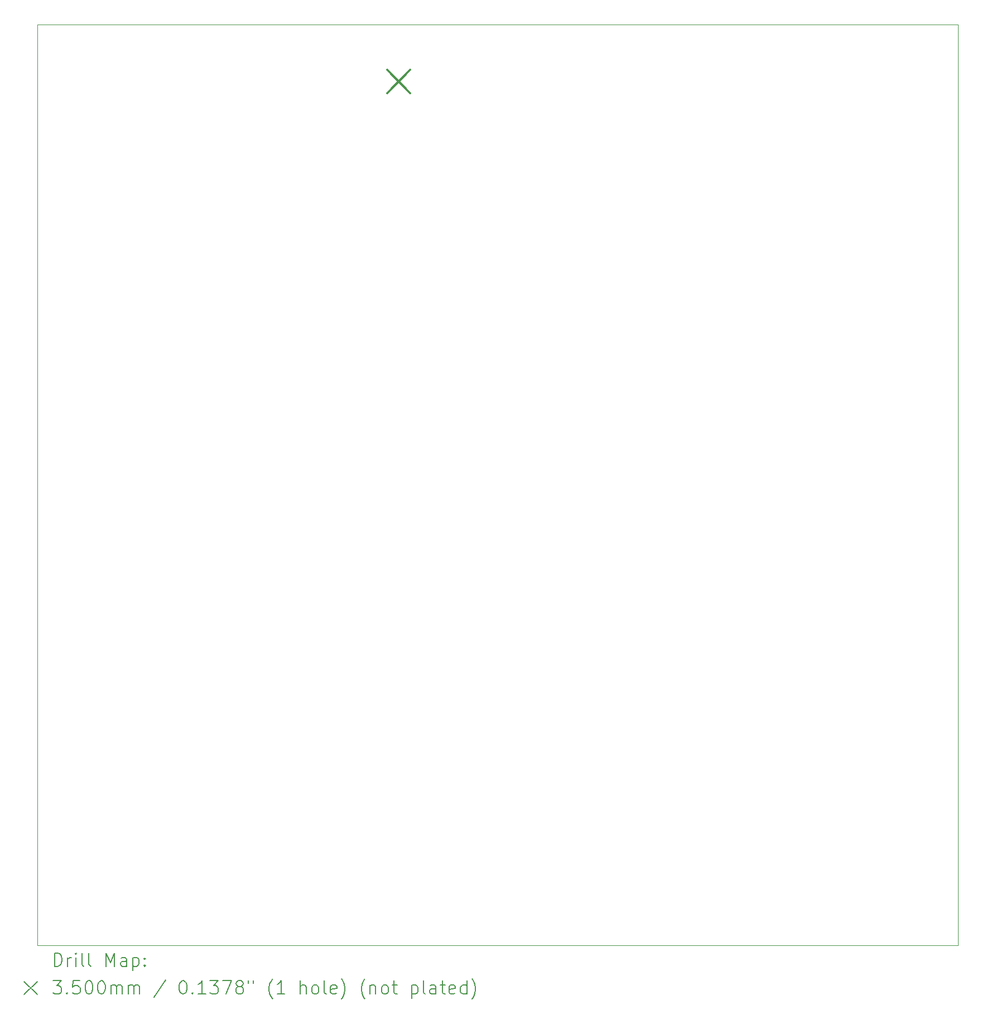
<source format=gbr>
%TF.GenerationSoftware,KiCad,Pcbnew,8.0.3*%
%TF.CreationDate,2024-07-22T04:40:07+02:00*%
%TF.ProjectId,EPROM-programmer,4550524f-4d2d-4707-926f-6772616d6d65,rev?*%
%TF.SameCoordinates,Original*%
%TF.FileFunction,Drillmap*%
%TF.FilePolarity,Positive*%
%FSLAX45Y45*%
G04 Gerber Fmt 4.5, Leading zero omitted, Abs format (unit mm)*
G04 Created by KiCad (PCBNEW 8.0.3) date 2024-07-22 04:40:07*
%MOMM*%
%LPD*%
G01*
G04 APERTURE LIST*
%ADD10C,0.100000*%
%ADD11C,0.200000*%
%ADD12C,0.350000*%
G04 APERTURE END LIST*
D10*
X15875000Y-3810000D02*
X15875000Y-17780000D01*
X15875000Y-17780000D02*
X1905000Y-17780000D01*
X1905000Y-17780000D02*
X1905000Y-3810000D01*
X1905000Y-3810000D02*
X15875000Y-3810000D01*
D11*
D12*
X7210000Y-4498600D02*
X7560000Y-4848600D01*
X7560000Y-4498600D02*
X7210000Y-4848600D01*
D11*
X2160777Y-18096484D02*
X2160777Y-17896484D01*
X2160777Y-17896484D02*
X2208396Y-17896484D01*
X2208396Y-17896484D02*
X2236967Y-17906008D01*
X2236967Y-17906008D02*
X2256015Y-17925055D01*
X2256015Y-17925055D02*
X2265539Y-17944103D01*
X2265539Y-17944103D02*
X2275063Y-17982198D01*
X2275063Y-17982198D02*
X2275063Y-18010770D01*
X2275063Y-18010770D02*
X2265539Y-18048865D01*
X2265539Y-18048865D02*
X2256015Y-18067912D01*
X2256015Y-18067912D02*
X2236967Y-18086960D01*
X2236967Y-18086960D02*
X2208396Y-18096484D01*
X2208396Y-18096484D02*
X2160777Y-18096484D01*
X2360777Y-18096484D02*
X2360777Y-17963150D01*
X2360777Y-18001246D02*
X2370301Y-17982198D01*
X2370301Y-17982198D02*
X2379824Y-17972674D01*
X2379824Y-17972674D02*
X2398872Y-17963150D01*
X2398872Y-17963150D02*
X2417920Y-17963150D01*
X2484586Y-18096484D02*
X2484586Y-17963150D01*
X2484586Y-17896484D02*
X2475063Y-17906008D01*
X2475063Y-17906008D02*
X2484586Y-17915531D01*
X2484586Y-17915531D02*
X2494110Y-17906008D01*
X2494110Y-17906008D02*
X2484586Y-17896484D01*
X2484586Y-17896484D02*
X2484586Y-17915531D01*
X2608396Y-18096484D02*
X2589348Y-18086960D01*
X2589348Y-18086960D02*
X2579824Y-18067912D01*
X2579824Y-18067912D02*
X2579824Y-17896484D01*
X2713158Y-18096484D02*
X2694110Y-18086960D01*
X2694110Y-18086960D02*
X2684586Y-18067912D01*
X2684586Y-18067912D02*
X2684586Y-17896484D01*
X2941729Y-18096484D02*
X2941729Y-17896484D01*
X2941729Y-17896484D02*
X3008396Y-18039341D01*
X3008396Y-18039341D02*
X3075062Y-17896484D01*
X3075062Y-17896484D02*
X3075062Y-18096484D01*
X3256015Y-18096484D02*
X3256015Y-17991722D01*
X3256015Y-17991722D02*
X3246491Y-17972674D01*
X3246491Y-17972674D02*
X3227443Y-17963150D01*
X3227443Y-17963150D02*
X3189348Y-17963150D01*
X3189348Y-17963150D02*
X3170301Y-17972674D01*
X3256015Y-18086960D02*
X3236967Y-18096484D01*
X3236967Y-18096484D02*
X3189348Y-18096484D01*
X3189348Y-18096484D02*
X3170301Y-18086960D01*
X3170301Y-18086960D02*
X3160777Y-18067912D01*
X3160777Y-18067912D02*
X3160777Y-18048865D01*
X3160777Y-18048865D02*
X3170301Y-18029817D01*
X3170301Y-18029817D02*
X3189348Y-18020293D01*
X3189348Y-18020293D02*
X3236967Y-18020293D01*
X3236967Y-18020293D02*
X3256015Y-18010770D01*
X3351253Y-17963150D02*
X3351253Y-18163150D01*
X3351253Y-17972674D02*
X3370301Y-17963150D01*
X3370301Y-17963150D02*
X3408396Y-17963150D01*
X3408396Y-17963150D02*
X3427443Y-17972674D01*
X3427443Y-17972674D02*
X3436967Y-17982198D01*
X3436967Y-17982198D02*
X3446491Y-18001246D01*
X3446491Y-18001246D02*
X3446491Y-18058389D01*
X3446491Y-18058389D02*
X3436967Y-18077436D01*
X3436967Y-18077436D02*
X3427443Y-18086960D01*
X3427443Y-18086960D02*
X3408396Y-18096484D01*
X3408396Y-18096484D02*
X3370301Y-18096484D01*
X3370301Y-18096484D02*
X3351253Y-18086960D01*
X3532205Y-18077436D02*
X3541729Y-18086960D01*
X3541729Y-18086960D02*
X3532205Y-18096484D01*
X3532205Y-18096484D02*
X3522682Y-18086960D01*
X3522682Y-18086960D02*
X3532205Y-18077436D01*
X3532205Y-18077436D02*
X3532205Y-18096484D01*
X3532205Y-17972674D02*
X3541729Y-17982198D01*
X3541729Y-17982198D02*
X3532205Y-17991722D01*
X3532205Y-17991722D02*
X3522682Y-17982198D01*
X3522682Y-17982198D02*
X3532205Y-17972674D01*
X3532205Y-17972674D02*
X3532205Y-17991722D01*
X1700000Y-18325000D02*
X1900000Y-18525000D01*
X1900000Y-18325000D02*
X1700000Y-18525000D01*
X2141729Y-18316484D02*
X2265539Y-18316484D01*
X2265539Y-18316484D02*
X2198872Y-18392674D01*
X2198872Y-18392674D02*
X2227444Y-18392674D01*
X2227444Y-18392674D02*
X2246491Y-18402198D01*
X2246491Y-18402198D02*
X2256015Y-18411722D01*
X2256015Y-18411722D02*
X2265539Y-18430770D01*
X2265539Y-18430770D02*
X2265539Y-18478389D01*
X2265539Y-18478389D02*
X2256015Y-18497436D01*
X2256015Y-18497436D02*
X2246491Y-18506960D01*
X2246491Y-18506960D02*
X2227444Y-18516484D01*
X2227444Y-18516484D02*
X2170301Y-18516484D01*
X2170301Y-18516484D02*
X2151253Y-18506960D01*
X2151253Y-18506960D02*
X2141729Y-18497436D01*
X2351253Y-18497436D02*
X2360777Y-18506960D01*
X2360777Y-18506960D02*
X2351253Y-18516484D01*
X2351253Y-18516484D02*
X2341729Y-18506960D01*
X2341729Y-18506960D02*
X2351253Y-18497436D01*
X2351253Y-18497436D02*
X2351253Y-18516484D01*
X2541729Y-18316484D02*
X2446491Y-18316484D01*
X2446491Y-18316484D02*
X2436967Y-18411722D01*
X2436967Y-18411722D02*
X2446491Y-18402198D01*
X2446491Y-18402198D02*
X2465539Y-18392674D01*
X2465539Y-18392674D02*
X2513158Y-18392674D01*
X2513158Y-18392674D02*
X2532205Y-18402198D01*
X2532205Y-18402198D02*
X2541729Y-18411722D01*
X2541729Y-18411722D02*
X2551253Y-18430770D01*
X2551253Y-18430770D02*
X2551253Y-18478389D01*
X2551253Y-18478389D02*
X2541729Y-18497436D01*
X2541729Y-18497436D02*
X2532205Y-18506960D01*
X2532205Y-18506960D02*
X2513158Y-18516484D01*
X2513158Y-18516484D02*
X2465539Y-18516484D01*
X2465539Y-18516484D02*
X2446491Y-18506960D01*
X2446491Y-18506960D02*
X2436967Y-18497436D01*
X2675063Y-18316484D02*
X2694110Y-18316484D01*
X2694110Y-18316484D02*
X2713158Y-18326008D01*
X2713158Y-18326008D02*
X2722682Y-18335531D01*
X2722682Y-18335531D02*
X2732205Y-18354579D01*
X2732205Y-18354579D02*
X2741729Y-18392674D01*
X2741729Y-18392674D02*
X2741729Y-18440293D01*
X2741729Y-18440293D02*
X2732205Y-18478389D01*
X2732205Y-18478389D02*
X2722682Y-18497436D01*
X2722682Y-18497436D02*
X2713158Y-18506960D01*
X2713158Y-18506960D02*
X2694110Y-18516484D01*
X2694110Y-18516484D02*
X2675063Y-18516484D01*
X2675063Y-18516484D02*
X2656015Y-18506960D01*
X2656015Y-18506960D02*
X2646491Y-18497436D01*
X2646491Y-18497436D02*
X2636967Y-18478389D01*
X2636967Y-18478389D02*
X2627444Y-18440293D01*
X2627444Y-18440293D02*
X2627444Y-18392674D01*
X2627444Y-18392674D02*
X2636967Y-18354579D01*
X2636967Y-18354579D02*
X2646491Y-18335531D01*
X2646491Y-18335531D02*
X2656015Y-18326008D01*
X2656015Y-18326008D02*
X2675063Y-18316484D01*
X2865539Y-18316484D02*
X2884586Y-18316484D01*
X2884586Y-18316484D02*
X2903634Y-18326008D01*
X2903634Y-18326008D02*
X2913158Y-18335531D01*
X2913158Y-18335531D02*
X2922682Y-18354579D01*
X2922682Y-18354579D02*
X2932205Y-18392674D01*
X2932205Y-18392674D02*
X2932205Y-18440293D01*
X2932205Y-18440293D02*
X2922682Y-18478389D01*
X2922682Y-18478389D02*
X2913158Y-18497436D01*
X2913158Y-18497436D02*
X2903634Y-18506960D01*
X2903634Y-18506960D02*
X2884586Y-18516484D01*
X2884586Y-18516484D02*
X2865539Y-18516484D01*
X2865539Y-18516484D02*
X2846491Y-18506960D01*
X2846491Y-18506960D02*
X2836967Y-18497436D01*
X2836967Y-18497436D02*
X2827443Y-18478389D01*
X2827443Y-18478389D02*
X2817920Y-18440293D01*
X2817920Y-18440293D02*
X2817920Y-18392674D01*
X2817920Y-18392674D02*
X2827443Y-18354579D01*
X2827443Y-18354579D02*
X2836967Y-18335531D01*
X2836967Y-18335531D02*
X2846491Y-18326008D01*
X2846491Y-18326008D02*
X2865539Y-18316484D01*
X3017920Y-18516484D02*
X3017920Y-18383150D01*
X3017920Y-18402198D02*
X3027443Y-18392674D01*
X3027443Y-18392674D02*
X3046491Y-18383150D01*
X3046491Y-18383150D02*
X3075063Y-18383150D01*
X3075063Y-18383150D02*
X3094110Y-18392674D01*
X3094110Y-18392674D02*
X3103634Y-18411722D01*
X3103634Y-18411722D02*
X3103634Y-18516484D01*
X3103634Y-18411722D02*
X3113158Y-18392674D01*
X3113158Y-18392674D02*
X3132205Y-18383150D01*
X3132205Y-18383150D02*
X3160777Y-18383150D01*
X3160777Y-18383150D02*
X3179824Y-18392674D01*
X3179824Y-18392674D02*
X3189348Y-18411722D01*
X3189348Y-18411722D02*
X3189348Y-18516484D01*
X3284586Y-18516484D02*
X3284586Y-18383150D01*
X3284586Y-18402198D02*
X3294110Y-18392674D01*
X3294110Y-18392674D02*
X3313158Y-18383150D01*
X3313158Y-18383150D02*
X3341729Y-18383150D01*
X3341729Y-18383150D02*
X3360777Y-18392674D01*
X3360777Y-18392674D02*
X3370301Y-18411722D01*
X3370301Y-18411722D02*
X3370301Y-18516484D01*
X3370301Y-18411722D02*
X3379824Y-18392674D01*
X3379824Y-18392674D02*
X3398872Y-18383150D01*
X3398872Y-18383150D02*
X3427443Y-18383150D01*
X3427443Y-18383150D02*
X3446491Y-18392674D01*
X3446491Y-18392674D02*
X3456015Y-18411722D01*
X3456015Y-18411722D02*
X3456015Y-18516484D01*
X3846491Y-18306960D02*
X3675063Y-18564103D01*
X4103634Y-18316484D02*
X4122682Y-18316484D01*
X4122682Y-18316484D02*
X4141729Y-18326008D01*
X4141729Y-18326008D02*
X4151253Y-18335531D01*
X4151253Y-18335531D02*
X4160777Y-18354579D01*
X4160777Y-18354579D02*
X4170301Y-18392674D01*
X4170301Y-18392674D02*
X4170301Y-18440293D01*
X4170301Y-18440293D02*
X4160777Y-18478389D01*
X4160777Y-18478389D02*
X4151253Y-18497436D01*
X4151253Y-18497436D02*
X4141729Y-18506960D01*
X4141729Y-18506960D02*
X4122682Y-18516484D01*
X4122682Y-18516484D02*
X4103634Y-18516484D01*
X4103634Y-18516484D02*
X4084586Y-18506960D01*
X4084586Y-18506960D02*
X4075063Y-18497436D01*
X4075063Y-18497436D02*
X4065539Y-18478389D01*
X4065539Y-18478389D02*
X4056015Y-18440293D01*
X4056015Y-18440293D02*
X4056015Y-18392674D01*
X4056015Y-18392674D02*
X4065539Y-18354579D01*
X4065539Y-18354579D02*
X4075063Y-18335531D01*
X4075063Y-18335531D02*
X4084586Y-18326008D01*
X4084586Y-18326008D02*
X4103634Y-18316484D01*
X4256015Y-18497436D02*
X4265539Y-18506960D01*
X4265539Y-18506960D02*
X4256015Y-18516484D01*
X4256015Y-18516484D02*
X4246491Y-18506960D01*
X4246491Y-18506960D02*
X4256015Y-18497436D01*
X4256015Y-18497436D02*
X4256015Y-18516484D01*
X4456015Y-18516484D02*
X4341729Y-18516484D01*
X4398872Y-18516484D02*
X4398872Y-18316484D01*
X4398872Y-18316484D02*
X4379825Y-18345055D01*
X4379825Y-18345055D02*
X4360777Y-18364103D01*
X4360777Y-18364103D02*
X4341729Y-18373627D01*
X4522682Y-18316484D02*
X4646491Y-18316484D01*
X4646491Y-18316484D02*
X4579825Y-18392674D01*
X4579825Y-18392674D02*
X4608396Y-18392674D01*
X4608396Y-18392674D02*
X4627444Y-18402198D01*
X4627444Y-18402198D02*
X4636968Y-18411722D01*
X4636968Y-18411722D02*
X4646491Y-18430770D01*
X4646491Y-18430770D02*
X4646491Y-18478389D01*
X4646491Y-18478389D02*
X4636968Y-18497436D01*
X4636968Y-18497436D02*
X4627444Y-18506960D01*
X4627444Y-18506960D02*
X4608396Y-18516484D01*
X4608396Y-18516484D02*
X4551253Y-18516484D01*
X4551253Y-18516484D02*
X4532206Y-18506960D01*
X4532206Y-18506960D02*
X4522682Y-18497436D01*
X4713158Y-18316484D02*
X4846491Y-18316484D01*
X4846491Y-18316484D02*
X4760777Y-18516484D01*
X4951253Y-18402198D02*
X4932206Y-18392674D01*
X4932206Y-18392674D02*
X4922682Y-18383150D01*
X4922682Y-18383150D02*
X4913158Y-18364103D01*
X4913158Y-18364103D02*
X4913158Y-18354579D01*
X4913158Y-18354579D02*
X4922682Y-18335531D01*
X4922682Y-18335531D02*
X4932206Y-18326008D01*
X4932206Y-18326008D02*
X4951253Y-18316484D01*
X4951253Y-18316484D02*
X4989349Y-18316484D01*
X4989349Y-18316484D02*
X5008396Y-18326008D01*
X5008396Y-18326008D02*
X5017920Y-18335531D01*
X5017920Y-18335531D02*
X5027444Y-18354579D01*
X5027444Y-18354579D02*
X5027444Y-18364103D01*
X5027444Y-18364103D02*
X5017920Y-18383150D01*
X5017920Y-18383150D02*
X5008396Y-18392674D01*
X5008396Y-18392674D02*
X4989349Y-18402198D01*
X4989349Y-18402198D02*
X4951253Y-18402198D01*
X4951253Y-18402198D02*
X4932206Y-18411722D01*
X4932206Y-18411722D02*
X4922682Y-18421246D01*
X4922682Y-18421246D02*
X4913158Y-18440293D01*
X4913158Y-18440293D02*
X4913158Y-18478389D01*
X4913158Y-18478389D02*
X4922682Y-18497436D01*
X4922682Y-18497436D02*
X4932206Y-18506960D01*
X4932206Y-18506960D02*
X4951253Y-18516484D01*
X4951253Y-18516484D02*
X4989349Y-18516484D01*
X4989349Y-18516484D02*
X5008396Y-18506960D01*
X5008396Y-18506960D02*
X5017920Y-18497436D01*
X5017920Y-18497436D02*
X5027444Y-18478389D01*
X5027444Y-18478389D02*
X5027444Y-18440293D01*
X5027444Y-18440293D02*
X5017920Y-18421246D01*
X5017920Y-18421246D02*
X5008396Y-18411722D01*
X5008396Y-18411722D02*
X4989349Y-18402198D01*
X5103634Y-18316484D02*
X5103634Y-18354579D01*
X5179825Y-18316484D02*
X5179825Y-18354579D01*
X5475063Y-18592674D02*
X5465539Y-18583150D01*
X5465539Y-18583150D02*
X5446491Y-18554579D01*
X5446491Y-18554579D02*
X5436968Y-18535531D01*
X5436968Y-18535531D02*
X5427444Y-18506960D01*
X5427444Y-18506960D02*
X5417920Y-18459341D01*
X5417920Y-18459341D02*
X5417920Y-18421246D01*
X5417920Y-18421246D02*
X5427444Y-18373627D01*
X5427444Y-18373627D02*
X5436968Y-18345055D01*
X5436968Y-18345055D02*
X5446491Y-18326008D01*
X5446491Y-18326008D02*
X5465539Y-18297436D01*
X5465539Y-18297436D02*
X5475063Y-18287912D01*
X5656015Y-18516484D02*
X5541730Y-18516484D01*
X5598872Y-18516484D02*
X5598872Y-18316484D01*
X5598872Y-18316484D02*
X5579825Y-18345055D01*
X5579825Y-18345055D02*
X5560777Y-18364103D01*
X5560777Y-18364103D02*
X5541730Y-18373627D01*
X5894110Y-18516484D02*
X5894110Y-18316484D01*
X5979825Y-18516484D02*
X5979825Y-18411722D01*
X5979825Y-18411722D02*
X5970301Y-18392674D01*
X5970301Y-18392674D02*
X5951253Y-18383150D01*
X5951253Y-18383150D02*
X5922682Y-18383150D01*
X5922682Y-18383150D02*
X5903634Y-18392674D01*
X5903634Y-18392674D02*
X5894110Y-18402198D01*
X6103634Y-18516484D02*
X6084587Y-18506960D01*
X6084587Y-18506960D02*
X6075063Y-18497436D01*
X6075063Y-18497436D02*
X6065539Y-18478389D01*
X6065539Y-18478389D02*
X6065539Y-18421246D01*
X6065539Y-18421246D02*
X6075063Y-18402198D01*
X6075063Y-18402198D02*
X6084587Y-18392674D01*
X6084587Y-18392674D02*
X6103634Y-18383150D01*
X6103634Y-18383150D02*
X6132206Y-18383150D01*
X6132206Y-18383150D02*
X6151253Y-18392674D01*
X6151253Y-18392674D02*
X6160777Y-18402198D01*
X6160777Y-18402198D02*
X6170301Y-18421246D01*
X6170301Y-18421246D02*
X6170301Y-18478389D01*
X6170301Y-18478389D02*
X6160777Y-18497436D01*
X6160777Y-18497436D02*
X6151253Y-18506960D01*
X6151253Y-18506960D02*
X6132206Y-18516484D01*
X6132206Y-18516484D02*
X6103634Y-18516484D01*
X6284587Y-18516484D02*
X6265539Y-18506960D01*
X6265539Y-18506960D02*
X6256015Y-18487912D01*
X6256015Y-18487912D02*
X6256015Y-18316484D01*
X6436968Y-18506960D02*
X6417920Y-18516484D01*
X6417920Y-18516484D02*
X6379825Y-18516484D01*
X6379825Y-18516484D02*
X6360777Y-18506960D01*
X6360777Y-18506960D02*
X6351253Y-18487912D01*
X6351253Y-18487912D02*
X6351253Y-18411722D01*
X6351253Y-18411722D02*
X6360777Y-18392674D01*
X6360777Y-18392674D02*
X6379825Y-18383150D01*
X6379825Y-18383150D02*
X6417920Y-18383150D01*
X6417920Y-18383150D02*
X6436968Y-18392674D01*
X6436968Y-18392674D02*
X6446491Y-18411722D01*
X6446491Y-18411722D02*
X6446491Y-18430770D01*
X6446491Y-18430770D02*
X6351253Y-18449817D01*
X6513158Y-18592674D02*
X6522682Y-18583150D01*
X6522682Y-18583150D02*
X6541730Y-18554579D01*
X6541730Y-18554579D02*
X6551253Y-18535531D01*
X6551253Y-18535531D02*
X6560777Y-18506960D01*
X6560777Y-18506960D02*
X6570301Y-18459341D01*
X6570301Y-18459341D02*
X6570301Y-18421246D01*
X6570301Y-18421246D02*
X6560777Y-18373627D01*
X6560777Y-18373627D02*
X6551253Y-18345055D01*
X6551253Y-18345055D02*
X6541730Y-18326008D01*
X6541730Y-18326008D02*
X6522682Y-18297436D01*
X6522682Y-18297436D02*
X6513158Y-18287912D01*
X6875063Y-18592674D02*
X6865539Y-18583150D01*
X6865539Y-18583150D02*
X6846491Y-18554579D01*
X6846491Y-18554579D02*
X6836968Y-18535531D01*
X6836968Y-18535531D02*
X6827444Y-18506960D01*
X6827444Y-18506960D02*
X6817920Y-18459341D01*
X6817920Y-18459341D02*
X6817920Y-18421246D01*
X6817920Y-18421246D02*
X6827444Y-18373627D01*
X6827444Y-18373627D02*
X6836968Y-18345055D01*
X6836968Y-18345055D02*
X6846491Y-18326008D01*
X6846491Y-18326008D02*
X6865539Y-18297436D01*
X6865539Y-18297436D02*
X6875063Y-18287912D01*
X6951253Y-18383150D02*
X6951253Y-18516484D01*
X6951253Y-18402198D02*
X6960777Y-18392674D01*
X6960777Y-18392674D02*
X6979825Y-18383150D01*
X6979825Y-18383150D02*
X7008396Y-18383150D01*
X7008396Y-18383150D02*
X7027444Y-18392674D01*
X7027444Y-18392674D02*
X7036968Y-18411722D01*
X7036968Y-18411722D02*
X7036968Y-18516484D01*
X7160777Y-18516484D02*
X7141730Y-18506960D01*
X7141730Y-18506960D02*
X7132206Y-18497436D01*
X7132206Y-18497436D02*
X7122682Y-18478389D01*
X7122682Y-18478389D02*
X7122682Y-18421246D01*
X7122682Y-18421246D02*
X7132206Y-18402198D01*
X7132206Y-18402198D02*
X7141730Y-18392674D01*
X7141730Y-18392674D02*
X7160777Y-18383150D01*
X7160777Y-18383150D02*
X7189349Y-18383150D01*
X7189349Y-18383150D02*
X7208396Y-18392674D01*
X7208396Y-18392674D02*
X7217920Y-18402198D01*
X7217920Y-18402198D02*
X7227444Y-18421246D01*
X7227444Y-18421246D02*
X7227444Y-18478389D01*
X7227444Y-18478389D02*
X7217920Y-18497436D01*
X7217920Y-18497436D02*
X7208396Y-18506960D01*
X7208396Y-18506960D02*
X7189349Y-18516484D01*
X7189349Y-18516484D02*
X7160777Y-18516484D01*
X7284587Y-18383150D02*
X7360777Y-18383150D01*
X7313158Y-18316484D02*
X7313158Y-18487912D01*
X7313158Y-18487912D02*
X7322682Y-18506960D01*
X7322682Y-18506960D02*
X7341730Y-18516484D01*
X7341730Y-18516484D02*
X7360777Y-18516484D01*
X7579825Y-18383150D02*
X7579825Y-18583150D01*
X7579825Y-18392674D02*
X7598872Y-18383150D01*
X7598872Y-18383150D02*
X7636968Y-18383150D01*
X7636968Y-18383150D02*
X7656015Y-18392674D01*
X7656015Y-18392674D02*
X7665539Y-18402198D01*
X7665539Y-18402198D02*
X7675063Y-18421246D01*
X7675063Y-18421246D02*
X7675063Y-18478389D01*
X7675063Y-18478389D02*
X7665539Y-18497436D01*
X7665539Y-18497436D02*
X7656015Y-18506960D01*
X7656015Y-18506960D02*
X7636968Y-18516484D01*
X7636968Y-18516484D02*
X7598872Y-18516484D01*
X7598872Y-18516484D02*
X7579825Y-18506960D01*
X7789349Y-18516484D02*
X7770301Y-18506960D01*
X7770301Y-18506960D02*
X7760777Y-18487912D01*
X7760777Y-18487912D02*
X7760777Y-18316484D01*
X7951253Y-18516484D02*
X7951253Y-18411722D01*
X7951253Y-18411722D02*
X7941730Y-18392674D01*
X7941730Y-18392674D02*
X7922682Y-18383150D01*
X7922682Y-18383150D02*
X7884587Y-18383150D01*
X7884587Y-18383150D02*
X7865539Y-18392674D01*
X7951253Y-18506960D02*
X7932206Y-18516484D01*
X7932206Y-18516484D02*
X7884587Y-18516484D01*
X7884587Y-18516484D02*
X7865539Y-18506960D01*
X7865539Y-18506960D02*
X7856015Y-18487912D01*
X7856015Y-18487912D02*
X7856015Y-18468865D01*
X7856015Y-18468865D02*
X7865539Y-18449817D01*
X7865539Y-18449817D02*
X7884587Y-18440293D01*
X7884587Y-18440293D02*
X7932206Y-18440293D01*
X7932206Y-18440293D02*
X7951253Y-18430770D01*
X8017920Y-18383150D02*
X8094111Y-18383150D01*
X8046492Y-18316484D02*
X8046492Y-18487912D01*
X8046492Y-18487912D02*
X8056015Y-18506960D01*
X8056015Y-18506960D02*
X8075063Y-18516484D01*
X8075063Y-18516484D02*
X8094111Y-18516484D01*
X8236968Y-18506960D02*
X8217920Y-18516484D01*
X8217920Y-18516484D02*
X8179825Y-18516484D01*
X8179825Y-18516484D02*
X8160777Y-18506960D01*
X8160777Y-18506960D02*
X8151253Y-18487912D01*
X8151253Y-18487912D02*
X8151253Y-18411722D01*
X8151253Y-18411722D02*
X8160777Y-18392674D01*
X8160777Y-18392674D02*
X8179825Y-18383150D01*
X8179825Y-18383150D02*
X8217920Y-18383150D01*
X8217920Y-18383150D02*
X8236968Y-18392674D01*
X8236968Y-18392674D02*
X8246492Y-18411722D01*
X8246492Y-18411722D02*
X8246492Y-18430770D01*
X8246492Y-18430770D02*
X8151253Y-18449817D01*
X8417920Y-18516484D02*
X8417920Y-18316484D01*
X8417920Y-18506960D02*
X8398873Y-18516484D01*
X8398873Y-18516484D02*
X8360777Y-18516484D01*
X8360777Y-18516484D02*
X8341730Y-18506960D01*
X8341730Y-18506960D02*
X8332206Y-18497436D01*
X8332206Y-18497436D02*
X8322682Y-18478389D01*
X8322682Y-18478389D02*
X8322682Y-18421246D01*
X8322682Y-18421246D02*
X8332206Y-18402198D01*
X8332206Y-18402198D02*
X8341730Y-18392674D01*
X8341730Y-18392674D02*
X8360777Y-18383150D01*
X8360777Y-18383150D02*
X8398873Y-18383150D01*
X8398873Y-18383150D02*
X8417920Y-18392674D01*
X8494111Y-18592674D02*
X8503635Y-18583150D01*
X8503635Y-18583150D02*
X8522682Y-18554579D01*
X8522682Y-18554579D02*
X8532206Y-18535531D01*
X8532206Y-18535531D02*
X8541730Y-18506960D01*
X8541730Y-18506960D02*
X8551254Y-18459341D01*
X8551254Y-18459341D02*
X8551254Y-18421246D01*
X8551254Y-18421246D02*
X8541730Y-18373627D01*
X8541730Y-18373627D02*
X8532206Y-18345055D01*
X8532206Y-18345055D02*
X8522682Y-18326008D01*
X8522682Y-18326008D02*
X8503635Y-18297436D01*
X8503635Y-18297436D02*
X8494111Y-18287912D01*
M02*

</source>
